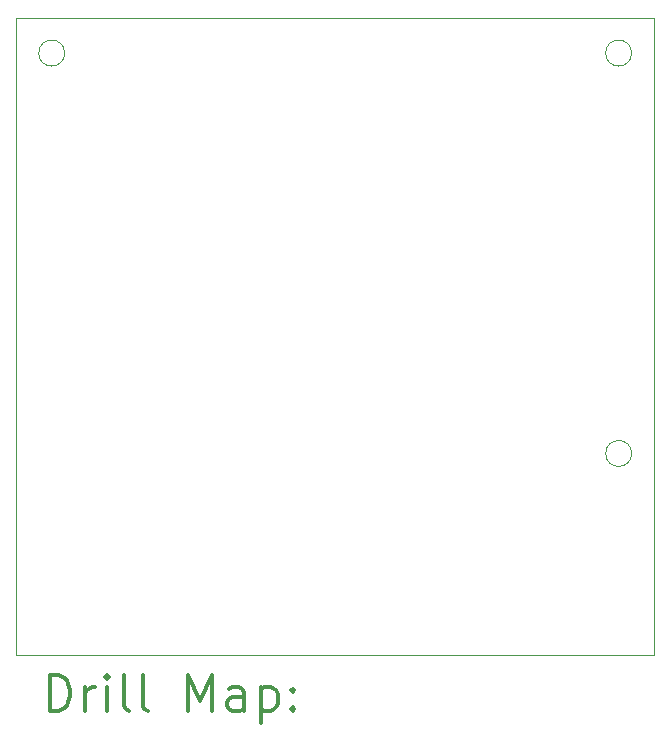
<source format=gbr>
%FSLAX45Y45*%
G04 Gerber Fmt 4.5, Leading zero omitted, Abs format (unit mm)*
G04 Created by KiCad (PCBNEW (5.1.10)-1) date 2021-12-21 20:21:54*
%MOMM*%
%LPD*%
G01*
G04 APERTURE LIST*
%TA.AperFunction,Profile*%
%ADD10C,0.050000*%
%TD*%
%ADD11C,0.200000*%
%ADD12C,0.300000*%
G04 APERTURE END LIST*
D10*
X18610000Y-13190000D02*
G75*
G03*
X18610000Y-13190000I-110000J0D01*
G01*
X13810000Y-9800000D02*
G75*
G03*
X13810000Y-9800000I-110000J0D01*
G01*
X18610000Y-9800000D02*
G75*
G03*
X18610000Y-9800000I-110000J0D01*
G01*
X18800000Y-9500000D02*
X18800000Y-14900000D01*
X13400000Y-9500000D02*
X18800000Y-9500000D01*
X13400000Y-14900000D02*
X13400000Y-9500000D01*
X18800000Y-14900000D02*
X13400000Y-14900000D01*
D11*
D12*
X13683928Y-15368214D02*
X13683928Y-15068214D01*
X13755357Y-15068214D01*
X13798214Y-15082500D01*
X13826786Y-15111071D01*
X13841071Y-15139643D01*
X13855357Y-15196786D01*
X13855357Y-15239643D01*
X13841071Y-15296786D01*
X13826786Y-15325357D01*
X13798214Y-15353929D01*
X13755357Y-15368214D01*
X13683928Y-15368214D01*
X13983928Y-15368214D02*
X13983928Y-15168214D01*
X13983928Y-15225357D02*
X13998214Y-15196786D01*
X14012500Y-15182500D01*
X14041071Y-15168214D01*
X14069643Y-15168214D01*
X14169643Y-15368214D02*
X14169643Y-15168214D01*
X14169643Y-15068214D02*
X14155357Y-15082500D01*
X14169643Y-15096786D01*
X14183928Y-15082500D01*
X14169643Y-15068214D01*
X14169643Y-15096786D01*
X14355357Y-15368214D02*
X14326786Y-15353929D01*
X14312500Y-15325357D01*
X14312500Y-15068214D01*
X14512500Y-15368214D02*
X14483928Y-15353929D01*
X14469643Y-15325357D01*
X14469643Y-15068214D01*
X14855357Y-15368214D02*
X14855357Y-15068214D01*
X14955357Y-15282500D01*
X15055357Y-15068214D01*
X15055357Y-15368214D01*
X15326786Y-15368214D02*
X15326786Y-15211071D01*
X15312500Y-15182500D01*
X15283928Y-15168214D01*
X15226786Y-15168214D01*
X15198214Y-15182500D01*
X15326786Y-15353929D02*
X15298214Y-15368214D01*
X15226786Y-15368214D01*
X15198214Y-15353929D01*
X15183928Y-15325357D01*
X15183928Y-15296786D01*
X15198214Y-15268214D01*
X15226786Y-15253929D01*
X15298214Y-15253929D01*
X15326786Y-15239643D01*
X15469643Y-15168214D02*
X15469643Y-15468214D01*
X15469643Y-15182500D02*
X15498214Y-15168214D01*
X15555357Y-15168214D01*
X15583928Y-15182500D01*
X15598214Y-15196786D01*
X15612500Y-15225357D01*
X15612500Y-15311071D01*
X15598214Y-15339643D01*
X15583928Y-15353929D01*
X15555357Y-15368214D01*
X15498214Y-15368214D01*
X15469643Y-15353929D01*
X15741071Y-15339643D02*
X15755357Y-15353929D01*
X15741071Y-15368214D01*
X15726786Y-15353929D01*
X15741071Y-15339643D01*
X15741071Y-15368214D01*
X15741071Y-15182500D02*
X15755357Y-15196786D01*
X15741071Y-15211071D01*
X15726786Y-15196786D01*
X15741071Y-15182500D01*
X15741071Y-15211071D01*
M02*

</source>
